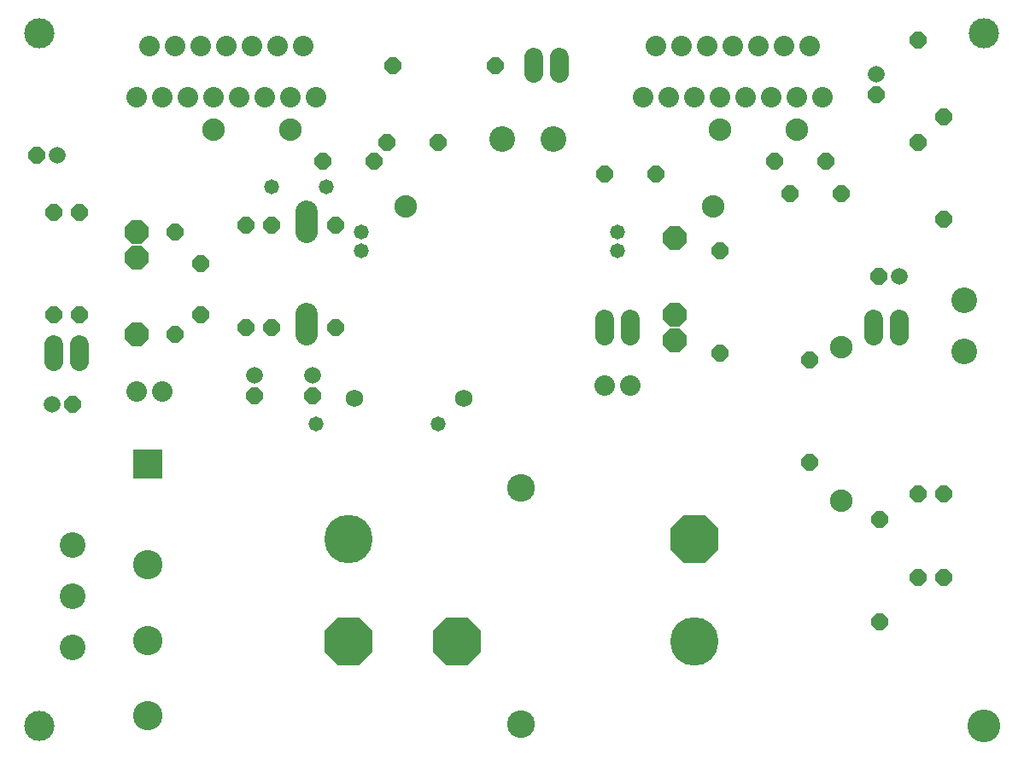
<source format=gbs>
G04 EAGLE Gerber RS-274X export*
G75*
%MOMM*%
%FSLAX34Y34*%
%LPD*%
%INSoldermask Bottom*%
%IPPOS*%
%AMOC8*
5,1,8,0,0,1.08239X$1,22.5*%
G01*
%ADD10C,2.997200*%
%ADD11C,3.251200*%
%ADD12C,2.032000*%
%ADD13C,2.543200*%
%ADD14C,4.800600*%
%ADD15P,5.196121X8X292.500000*%
%ADD16P,5.196121X8X112.500000*%
%ADD17P,1.803519X8X202.500000*%
%ADD18C,1.666238*%
%ADD19P,1.803519X8X112.500000*%
%ADD20P,1.803519X8X292.500000*%
%ADD21C,1.849119*%
%ADD22P,1.803519X8X22.500000*%
%ADD23P,2.556822X8X292.500000*%
%ADD24P,2.556822X8X112.500000*%
%ADD25C,2.214881*%
%ADD26R,2.921200X2.921200*%
%ADD27C,2.921200*%
%ADD28P,5.196121X8X22.500000*%
%ADD29C,1.473200*%
%ADD30C,1.727200*%
%ADD31C,2.743200*%
%ADD32C,2.235200*%


D10*
X30480Y30480D03*
D11*
X966470Y30480D03*
D10*
X966470Y717550D03*
X30480Y717550D03*
D12*
X215900Y704850D03*
X228600Y654050D03*
X241300Y704850D03*
X254000Y654050D03*
X266700Y704850D03*
X279400Y654050D03*
X203200Y654050D03*
X190500Y704850D03*
X177800Y654050D03*
X165100Y704850D03*
X152400Y654050D03*
X292100Y704850D03*
X304800Y654050D03*
X139700Y704850D03*
X127000Y654050D03*
X717550Y704850D03*
X730250Y654050D03*
X742950Y704850D03*
X755650Y654050D03*
X768350Y704850D03*
X781050Y654050D03*
X704850Y654050D03*
X692150Y704850D03*
X679450Y654050D03*
X666750Y704850D03*
X654050Y654050D03*
X793750Y704850D03*
X806450Y654050D03*
X641350Y704850D03*
X628650Y654050D03*
D13*
X63305Y209355D03*
X63305Y158555D03*
X63305Y107755D03*
D14*
X336550Y215900D03*
D15*
X336550Y114300D03*
D14*
X679450Y114300D03*
D16*
X679450Y215900D03*
D17*
X27940Y596900D03*
D18*
X48260Y596900D03*
D19*
X69850Y438150D03*
X69850Y539750D03*
D20*
X44450Y539750D03*
X44450Y438150D03*
X165100Y520700D03*
X165100Y419100D03*
D19*
X901700Y609600D03*
X901700Y711200D03*
D20*
X927100Y635000D03*
X927100Y533400D03*
X704850Y501650D03*
X704850Y400050D03*
X323850Y527050D03*
X323850Y425450D03*
D19*
X260350Y425450D03*
X260350Y527050D03*
X234950Y425450D03*
X234950Y527050D03*
D12*
X152400Y361950D03*
X127000Y361950D03*
X590550Y368300D03*
X615950Y368300D03*
D21*
X857250Y417220D02*
X857250Y433680D01*
X882650Y433680D02*
X882650Y417220D01*
X69850Y408280D02*
X69850Y391820D01*
X44450Y391820D02*
X44450Y408280D01*
D20*
X300990Y358140D03*
D18*
X300990Y378460D03*
D22*
X63500Y349250D03*
D18*
X43180Y349250D03*
D20*
X243840Y358140D03*
D18*
X243840Y378460D03*
D17*
X862330Y476250D03*
D18*
X882650Y476250D03*
D22*
X381000Y685800D03*
X482600Y685800D03*
D20*
X859790Y656590D03*
D18*
X859790Y676910D03*
D21*
X520700Y677570D02*
X520700Y694030D01*
X546100Y694030D02*
X546100Y677570D01*
X615950Y433680D02*
X615950Y417220D01*
X590550Y417220D02*
X590550Y433680D01*
D13*
X947075Y401775D03*
X947075Y452575D03*
D22*
X374650Y609600D03*
X425450Y609600D03*
D23*
X660400Y514350D03*
X660400Y412750D03*
X660400Y438150D03*
D22*
X774700Y558800D03*
X825500Y558800D03*
D17*
X361950Y590550D03*
X311150Y590550D03*
D22*
X758825Y590550D03*
X809625Y590550D03*
D24*
X127000Y419100D03*
X127000Y520700D03*
X127000Y495300D03*
D25*
X295275Y438683D02*
X295275Y418567D01*
X295275Y520167D02*
X295275Y540283D01*
D13*
X488950Y612250D03*
X539750Y612250D03*
D22*
X901700Y260350D03*
X927100Y260350D03*
D17*
X927100Y177800D03*
X901700Y177800D03*
D19*
X863600Y133350D03*
X863600Y234950D03*
X793750Y292100D03*
X793750Y393700D03*
X190500Y438150D03*
X190500Y488950D03*
D22*
X590550Y577850D03*
X641350Y577850D03*
D26*
X137550Y290100D03*
D27*
X137550Y190100D03*
X137550Y115100D03*
X137550Y40100D03*
D28*
X444500Y114300D03*
D29*
X425450Y330200D03*
D30*
X342900Y355600D03*
X450850Y355600D03*
D29*
X304800Y330200D03*
X349250Y501650D03*
X603250Y501650D03*
X603250Y520700D03*
X349250Y520700D03*
X314325Y565150D03*
X260350Y565150D03*
D31*
X508000Y266700D03*
X508000Y31750D03*
D32*
X825500Y406400D03*
X825500Y254000D03*
X203200Y622300D03*
X279400Y622300D03*
X781050Y622300D03*
X704850Y622300D03*
X698500Y546100D03*
X393700Y546100D03*
M02*

</source>
